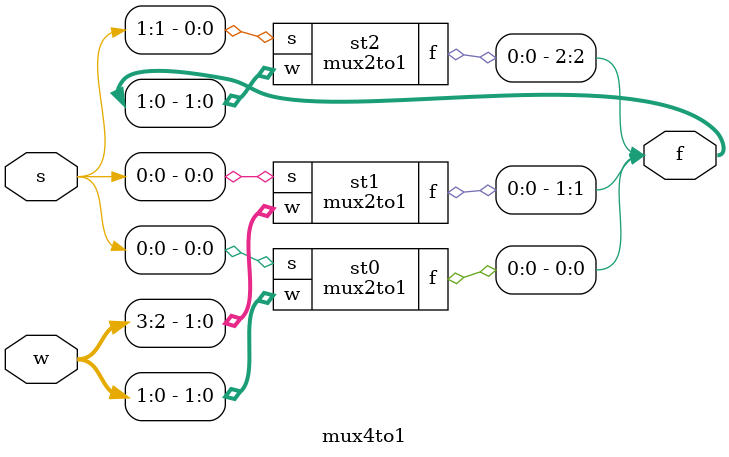
<source format=v>
module mux2to1(w,s,f);
input [1:0]w;
input s;
output f;
reg f;
always @ (w or s)
begin
if(s==0)
f=w[0];
else
f=w[1];
end
endmodule
module mux4to1(w,s,f);
input [3:0]w;
input [1:0]s;
output[2:0]f;
reg [2:0]f;
mux2to1 st0(w[1:0],s[0],f[0]);
mux2to1 st1(w[3:2],s[0],f[1]);
mux2to1 st2(f[1:0],s[1],f[2]);
endmodule

</source>
